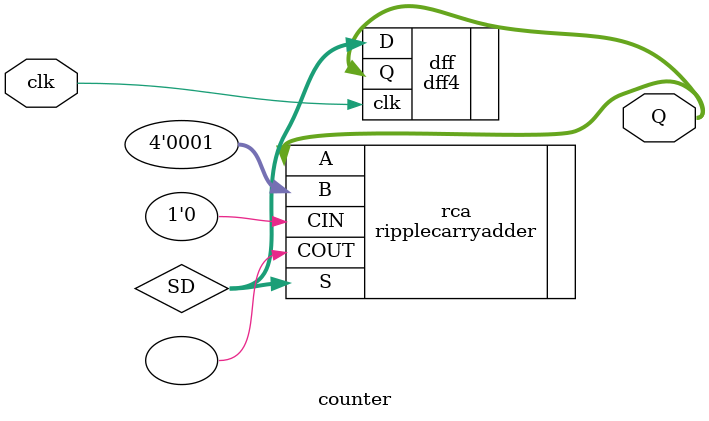
<source format=sv>
module counter(
  input logic clk,
  output logic [3:0] Q
);
  logic [3:0] SD;
  
  ripplecarryadder rca (
    .A(Q),
    .B(4'd1),
    .CIN(1'd0),
    .S(SD),
    .COUT()
  );
  
  dff4 dff (
    .D(SD),
    .Q(Q),
    .clk(clk)
  );
endmodule: counter

</source>
